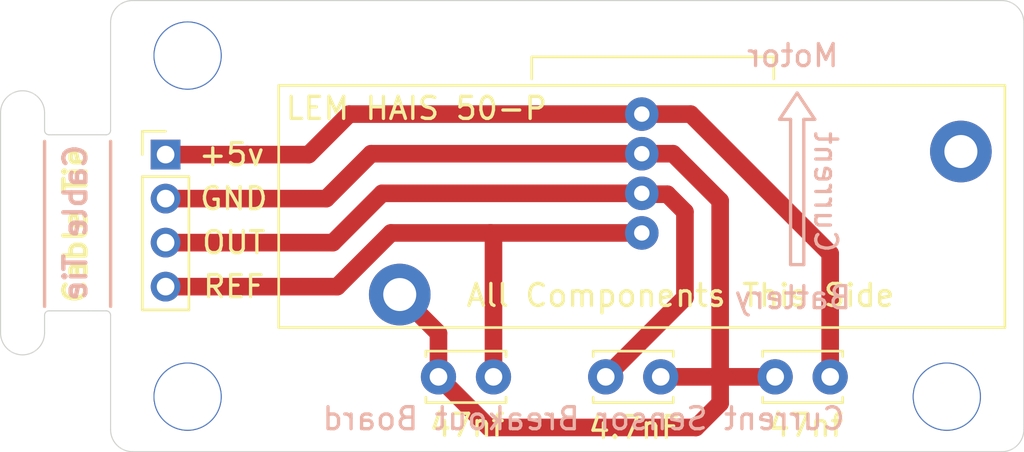
<source format=kicad_pcb>
(kicad_pcb (version 20211014) (generator pcbnew)
  (layers (0 "F.Cu" signal) (31 "B.Cu" signal) (34 "B.Paste" user) (35 "F.Paste" user) (36 "B.SilkS" user "B.Silkscreen") (37 "F.SilkS" user "F.Silkscreen") (38 "B.Mask" user) (39 "F.Mask" user) (44 "Edge.Cuts" user))
  (net 0 "")
  (net 1 "Net-(C1-Pad2)")
  (net 2 "Net-(C1-Pad1)")
  (net 3 "Net-(C2-Pad2)")
  (net 4 "Net-(C3-Pad2)")
  (footprint "Capacitor_THT:C_Disc_D3.4mm_W2.1mm_P2.50mm" (layer "F.Cu") (at 223.5 131.6 180)
    (fp_text reference "C2" hide)
    (fp_text value "4.7nF" (at 1.2 -2.3) (layer "F.SilkS"))
    (fp_line (start -0.57 -1.17) (end 3.07 -1.17) (layer "F.SilkS") (width 0.12))
    (fp_line (start -0.57 -1.17) (end -0.57 -0.925) (layer "F.SilkS") (width 0.12))
    (fp_line (start -0.57 0.925) (end -0.57 1.17) (layer "F.SilkS") (width 0.12))
    (fp_line (start 3.07 0.925) (end 3.07 1.17) (layer "F.SilkS") (width 0.12))
    (fp_line (start 3.07 -1.17) (end 3.07 -0.925) (layer "F.SilkS") (width 0.12))
    (fp_line (start -0.57 1.17) (end 3.07 1.17) (layer "F.SilkS") (width 0.12))
    (pad "1" thru_hole circle locked (at 0 0 180) (size 1.6 1.6) (drill 0.8) (layers *.Cu *.Mask) (net 1 "Net-(C1-Pad2)"))
    (pad "2" thru_hole circle locked (at 2.5 0 180) (size 1.6 1.6) (drill 0.8) (layers *.Cu *.Mask) (net 3 "Net-(C2-Pad2)"))
  )
  (footprint "Capacitor_THT:C_Disc_D3.4mm_W2.1mm_P2.50mm" (layer "F.Cu") (at 213.4 131.6)
    (fp_text reference "C3" hide)
    (fp_text value "47nf" (at 1.3 2.2) (layer "F.SilkS"))
    (fp_line (start -0.57 1.17) (end 3.07 1.17) (layer "F.SilkS") (width 0.12))
    (fp_line (start -0.57 0.925) (end -0.57 1.17) (layer "F.SilkS") (width 0.12))
    (fp_line (start 3.07 0.925) (end 3.07 1.17) (layer "F.SilkS") (width 0.12))
    (fp_line (start -0.57 -1.17) (end -0.57 -0.925) (layer "F.SilkS") (width 0.12))
    (fp_line (start 3.07 -1.17) (end 3.07 -0.925) (layer "F.SilkS") (width 0.12))
    (fp_line (start -0.57 -1.17) (end 3.07 -1.17) (layer "F.SilkS") (width 0.12))
    (pad "1" thru_hole circle locked (at 0 0) (size 1.6 1.6) (drill 0.8) (layers *.Cu *.Mask) (net 1 "Net-(C1-Pad2)"))
    (pad "2" thru_hole circle locked (at 2.5 0) (size 1.6 1.6) (drill 0.8) (layers *.Cu *.Mask) (net 4 "Net-(C3-Pad2)"))
  )
  (footprint "Capacitor_THT:C_Disc_D3.4mm_W2.1mm_P2.50mm" (layer "F.Cu") (at 231.2 131.6 180)
    (fp_text reference "C1" hide)
    (fp_text value "47nf" (at 1.1 -2.2) (layer "F.SilkS"))
    (fp_line (start -0.57 0.925) (end -0.57 1.17) (layer "F.SilkS") (width 0.12))
    (fp_line (start -0.57 1.17) (end 3.07 1.17) (layer "F.SilkS") (width 0.12))
    (fp_line (start 3.07 0.925) (end 3.07 1.17) (layer "F.SilkS") (width 0.12))
    (fp_line (start -0.57 -1.17) (end 3.07 -1.17) (layer "F.SilkS") (width 0.12))
    (fp_line (start 3.07 -1.17) (end 3.07 -0.925) (layer "F.SilkS") (width 0.12))
    (fp_line (start -0.57 -1.17) (end -0.57 -0.925) (layer "F.SilkS") (width 0.12))
    (pad "1" thru_hole circle locked (at 0 0 180) (size 1.6 1.6) (drill 0.8) (layers *.Cu *.Mask) (net 2 "Net-(C1-Pad1)"))
    (pad "2" thru_hole circle locked (at 2.5 0 180) (size 1.6 1.6) (drill 0.8) (layers *.Cu *.Mask) (net 1 "Net-(C1-Pad2)"))
  )
  (footprint "Connector_PinHeader_2.00mm:PinHeader_1x04_P2.00mm_Vertical" (layer "F.Cu") (at 201 121.5)
    (fp_text reference "J2" hide)
    (fp_text value "Conn_01x04_Female" hide)
    (fp_line (start -1.06 1) (end -1.06 7.06) (layer "F.SilkS") (width 0.12))
    (fp_line (start -1.06 7.06) (end 1.06 7.06) (layer "F.SilkS") (width 0.12))
    (fp_line (start 1.06 1) (end 1.06 7.06) (layer "F.SilkS") (width 0.12))
    (fp_line (start -1.06 1) (end 1.06 1) (layer "F.SilkS") (width 0.12))
    (fp_line (start -1.06 0) (end -1.06 -1.06) (layer "F.SilkS") (width 0.12))
    (fp_line (start -1.06 -1.06) (end 0 -1.06) (layer "F.SilkS") (width 0.12))
    (pad "1" thru_hole rect locked (at 0 0) (size 1.35 1.35) (drill 0.8) (layers *.Cu *.Mask) (net 2 "Net-(C1-Pad1)"))
    (pad "2" thru_hole oval locked (at 0 2) (size 1.35 1.35) (drill 0.8) (layers *.Cu *.Mask) (net 1 "Net-(C1-Pad2)"))
    (pad "3" thru_hole oval locked (at 0 4) (size 1.35 1.35) (drill 0.8) (layers *.Cu *.Mask) (net 3 "Net-(C2-Pad2)"))
    (pad "4" thru_hole oval locked (at 0 6) (size 1.35 1.35) (drill 0.8) (layers *.Cu *.Mask) (net 4 "Net-(C3-Pad2)"))
  )
  (footprint "user:eChook_Logo_Small_Inverted" (layer "F.Cu") (at 208.5 133)
    (fp_text reference "G***" hide)
    (fp_text value "LOGO" hide)
  )
  (footprint "user:eChook_Logo_Inverted" (layer "B.Cu") (at 213 121.2 180)
    (fp_text reference "G***" hide)
    (fp_text value "LOGO" hide)
  )
  (footprint "user:LEM_HAIS_50-P" (layer "B.Cu") (at 222.639999 125.060001 180)
    (fp_text reference "J1" hide)
    (fp_text value "Conn_01x06_Male" hide)
    (fp_line (start -16.5 -4.3) (end -16.5 6.7) (layer "F.SilkS") (width 0.12))
    (fp_line (start -6 7) (end -6 8) (layer "F.SilkS") (width 0.12))
    (fp_line (start 5 8) (end 5 7) (layer "F.SilkS") (width 0.12))
    (fp_line (start -16.5 6.7) (end 16.5 6.7) (layer "F.SilkS") (width 0.12))
    (fp_line (start 16.5 -4.3) (end -16.5 -4.3) (layer "F.SilkS") (width 0.12))
    (fp_line (start 16.5 6.7) (end 16.5 -4.3) (layer "F.SilkS") (width 0.12))
    (fp_line (start -6 8) (end 5 8) (layer "F.SilkS") (width 0.12))
    (pad "1" thru_hole circle locked (at 0 5.4 180) (size 1.524 1.524) (drill 0.7) (layers *.Cu *.Mask) (net 2 "Net-(C1-Pad1)"))
    (pad "2" thru_hole circle locked (at 0 3.6 180) (size 1.524 1.524) (drill 0.7) (layers *.Cu *.Mask) (net 1 "Net-(C1-Pad2)"))
    (pad "3" thru_hole circle locked (at 0 1.8 180) (size 1.524 1.524) (drill 0.7) (layers *.Cu *.Mask) (net 3 "Net-(C2-Pad2)"))
    (pad "4" thru_hole circle locked (at 0 0 180) (size 1.524 1.524) (drill 0.7) (layers *.Cu *.Mask) (net 4 "Net-(C3-Pad2)"))
    (pad "5" thru_hole circle locked (at 11 -2.8 180) (size 2.8 2.8) (drill 1.5) (layers *.Cu *.Mask) (net 1 "Net-(C1-Pad2)"))
    (pad "6" thru_hole circle locked (at -14.5 3.7 180) (size 2.8 2.8) (drill 1.5) (layers *.Cu *.Mask))
  )
  (gr_line (start 230 119.9) (end 230.5 119.9) (layer "B.SilkS") (width 0.15))
  (gr_line (start 230 126.5) (end 230 119.9) (layer "B.SilkS") (width 0.15))
  (gr_line (start 230.5 119.9) (end 229.7 118.7) (layer "B.SilkS") (width 0.15))
  (gr_line (start 229.4 126.5) (end 230 126.5) (layer "B.SilkS") (width 0.15))
  (gr_line (start 228.9 119.9) (end 229.4 119.9) (layer "B.SilkS") (width 0.15))
  (gr_line (start 229.7 118.7) (end 228.9 119.9) (layer "B.SilkS") (width 0.15))
  (gr_line (start 229.4 119.9) (end 229.4 126.5) (layer "B.SilkS") (width 0.15))
  (gr_line (start 198.5 120.9) (end 198.5 128.4) (layer "B.SilkS") (width 0.15))
  (gr_line (start 195.5 120.9) (end 195.5 128.4) (layer "B.SilkS") (width 0.15))
  (gr_line (start 198.5 128.4) (end 198.5 120.9) (layer "F.SilkS") (width 0.15))
  (gr_line (start 195.5 128.4) (end 195.5 120.9) (layer "F.SilkS") (width 0.15))
  (gr_line (start 198.5 115.5) (end 198.5 120.4) (layer "Edge.Cuts") (width 0.05))
  (gr_line (start 240 115.5) (end 240 134) (layer "Edge.Cuts") (width 0.05))
  (gr_line (start 239 135) (end 199.5 135) (layer "Edge.Cuts") (width 0.05))
  (gr_line (start 195.7 128.6) (end 197.5 128.6) (layer "Edge.Cuts") (width 0.05))
  (gr_arc (start 195.5 128.8) (mid 195.558579 128.658579) (end 195.7 128.6) (layer "Edge.Cuts") (width 0.05))
  (gr_arc (start 198.5 120.4) (mid 198.441421 120.541421) (end 198.3 120.6) (layer "Edge.Cuts") (width 0.05))
  (gr_arc (start 195.7 120.6) (mid 195.558579 120.541421) (end 195.5 120.4) (layer "Edge.Cuts") (width 0.05))
  (gr_arc (start 198.3 128.6) (mid 198.441421 128.658579) (end 198.5 128.8) (layer "Edge.Cuts") (width 0.05))
  (gr_line (start 197.5 128.6) (end 198.3 128.6) (layer "Edge.Cuts") (width 0.05))
  (gr_line (start 193.5 119.6) (end 193.5 129.6) (layer "Edge.Cuts") (width 0.05))
  (gr_line (start 195.5 129.6) (end 195.5 128.8) (layer "Edge.Cuts") (width 0.05))
  (gr_arc (start 193.5 119.6) (mid 194.5 118.6) (end 195.5 119.6) (layer "Edge.Cuts") (width 0.05))
  (gr_arc (start 195.5 129.6) (mid 194.5 130.6) (end 193.5 129.6) (layer "Edge.Cuts") (width 0.05))
  (gr_line (start 195.5 120.4) (end 195.5 119.6) (layer "Edge.Cuts") (width 0.05))
  (gr_line (start 198.3 120.6) (end 195.7 120.6) (layer "Edge.Cuts") (width 0.05))
  (gr_arc (start 240 134) (mid 239.707107 134.707107) (end 239 135) (layer "Edge.Cuts") (width 0.05))
  (gr_line (start 198.5 128.8) (end 198.5 134) (layer "Edge.Cuts") (width 0.05))
  (gr_line (start 239 114.5) (end 199.5 114.5) (layer "Edge.Cuts") (width 0.05))
  (gr_arc (start 199.5 135) (mid 198.792893 134.707107) (end 198.5 134) (layer "Edge.Cuts") (width 0.05))
  (gr_arc (start 198.5 115.5) (mid 198.792893 114.792893) (end 199.5 114.5) (layer "Edge.Cuts") (width 0.05))
  (gr_arc (start 239 114.5) (mid 239.707107 114.792893) (end 240 115.5) (layer "Edge.Cuts") (width 0.05))
  (gr_text "Current" (at 231 123.2 270) (layer "B.SilkS") (effects (font (size 1 1)) (justify mirror)))
  (gr_text "Battery" (at 229.5 128) (layer "B.SilkS") (effects (font (size 1 1)) (justify mirror)))
  (gr_text "Cable Tie" (at 196.9 124.6 90) (layer "B.SilkS") (effects (font (size 1 1) (thickness 0.2)) (justify mirror)))
  (gr_text "Motor" (at 229.5 117) (layer "B.SilkS") (effects (font (size 1 1)) (justify mirror)))
  (gr_text "Current Sensor Breakout Board" (at 220 133.5) (layer "B.SilkS") (effects (font (size 1 1)) (justify mirror)))
  (gr_text "OUT" (at 204.1 125.5) (layer "F.SilkS") (effects (font (size 1 1))))
  (gr_text "+5v" (at 204 121.5) (layer "F.SilkS") (effects (font (size 1 1))))
  (gr_text "GND" (at 204.1 123.5) (layer "F.SilkS") (effects (font (size 1 1))))
  (gr_text "REF" (at 204.1 127.5) (layer "F.SilkS") (effects (font (size 1 1))))
  (gr_text "All Components This Side" (at 224.4 127.9) (layer "F.SilkS") (effects (font (size 1 1))))
  (gr_text "Cable Tie" (at 196.9 124.7 90) (layer "F.SilkS") (effects (font (size 1 1) (thickness 0.2))))
  (gr_text "LEM HAIS 50-P" (at 212.4 119.4) (layer "F.SilkS") (effects (font (size 1 1))))
  (via (at 236.5 132.5) (size 3.1) (drill 3) (layers "F.Cu" "B.Cu") (net 0))
  (via (at 202 117) (size 3.1) (drill 3) (layers "F.Cu" "B.Cu") (net 0))
  (via (at 202 132.5) (size 3.1) (drill 3) (layers "F.Cu" "B.Cu") (net 0))
  (segment (start 222.639999 121.460001) (end 210.339999 121.460001) (width 0.8) (layer "F.Cu") (net 1))
  (segment (start 213.4 131.6) (end 215.7 133.9) (width 0.8) (layer "F.Cu") (net 1))
  (segment (start 226.2 123.6) (end 224.060001 121.460001) (width 0.8) (layer "F.Cu") (net 1))
  (segment (start 226.2 132.8) (end 226.2 131.6) (width 0.8) (layer "F.Cu") (net 1))
  (segment (start 226.2 131.6) (end 223.5 131.6) (width 0.8) (layer "F.Cu") (net 1))
  (segment (start 224.060001 121.460001) (end 222.639999 121.460001) (width 0.8) (layer "F.Cu") (net 1))
  (segment (start 210.339999 121.460001) (end 208.3 123.5) (width 0.8) (layer "F.Cu") (net 1))
  (segment (start 228.7 131.6) (end 226.2 131.6) (width 0.8) (layer "F.Cu") (net 1))
  (segment (start 208.3 123.5) (end 201 123.5) (width 0.8) (layer "F.Cu") (net 1))
  (segment (start 215.7 133.9) (end 225.1 133.9) (width 0.8) (layer "F.Cu") (net 1))
  (segment (start 213.4 129.620002) (end 211.639999 127.860001) (width 0.8) (layer "F.Cu") (net 1))
  (segment (start 225.1 133.9) (end 226.2 132.8) (width 0.8) (layer "F.Cu") (net 1))
  (segment (start 213.4 131.6) (end 213.4 129.620002) (width 0.8) (layer "F.Cu") (net 1))
  (segment (start 226.2 131.6) (end 226.2 123.6) (width 0.8) (layer "F.Cu") (net 1))
  (segment (start 224.860001 119.660001) (end 222.639999 119.660001) (width 0.8) (layer "F.Cu") (net 2))
  (segment (start 204.7 121.5) (end 201 121.5) (width 0.8) (layer "F.Cu") (net 2))
  (segment (start 231.2 126) (end 224.860001 119.660001) (width 0.8) (layer "F.Cu") (net 2))
  (segment (start 222.639999 119.660001) (end 209.339999 119.660001) (width 0.8) (layer "F.Cu") (net 2))
  (segment (start 209.339999 119.660001) (end 207.5 121.5) (width 0.8) (layer "F.Cu") (net 2))
  (segment (start 207.5 121.5) (end 204.7 121.5) (width 0.8) (layer "F.Cu") (net 2))
  (segment (start 231.2 131.6) (end 231.2 126) (width 0.8) (layer "F.Cu") (net 2))
  (segment (start 221 131.6) (end 224.6 128) (width 0.8) (layer "F.Cu") (net 3))
  (segment (start 208.6 125.5) (end 201 125.5) (width 0.8) (layer "F.Cu") (net 3))
  (segment (start 224.6 128) (end 224.6 124.1) (width 0.8) (layer "F.Cu") (net 3))
  (segment (start 222.679998 123.3) (end 222.639999 123.260001) (width 0.8) (layer "F.Cu") (net 3))
  (segment (start 222.639999 123.260001) (end 210.839999 123.260001) (width 0.8) (layer "F.Cu") (net 3))
  (segment (start 210.839999 123.260001) (end 208.6 125.5) (width 0.8) (layer "F.Cu") (net 3))
  (segment (start 224.6 124.1) (end 223.8 123.3) (width 0.8) (layer "F.Cu") (net 3))
  (segment (start 223.8 123.3) (end 222.679998 123.3) (width 0.8) (layer "F.Cu") (net 3))
  (segment (start 215.760001 125.060001) (end 211.239999 125.060001) (width 0.8) (layer "F.Cu") (net 4))
  (segment (start 215.9 131.6) (end 215.9 125.2) (width 0.8) (layer "F.Cu") (net 4))
  (segment (start 208.8 127.5) (end 201 127.5) (width 0.8) (layer "F.Cu") (net 4))
  (segment (start 222.639999 125.060001) (end 215.760001 125.060001) (width 0.8) (layer "F.Cu") (net 4))
  (segment (start 215.9 125.2) (end 215.760001 125.060001) (width 0.8) (layer "F.Cu") (net 4))
  (segment (start 211.239999 125.060001) (end 208.8 127.5) (width 0.8) (layer "F.Cu") (net 4))
)
</source>
